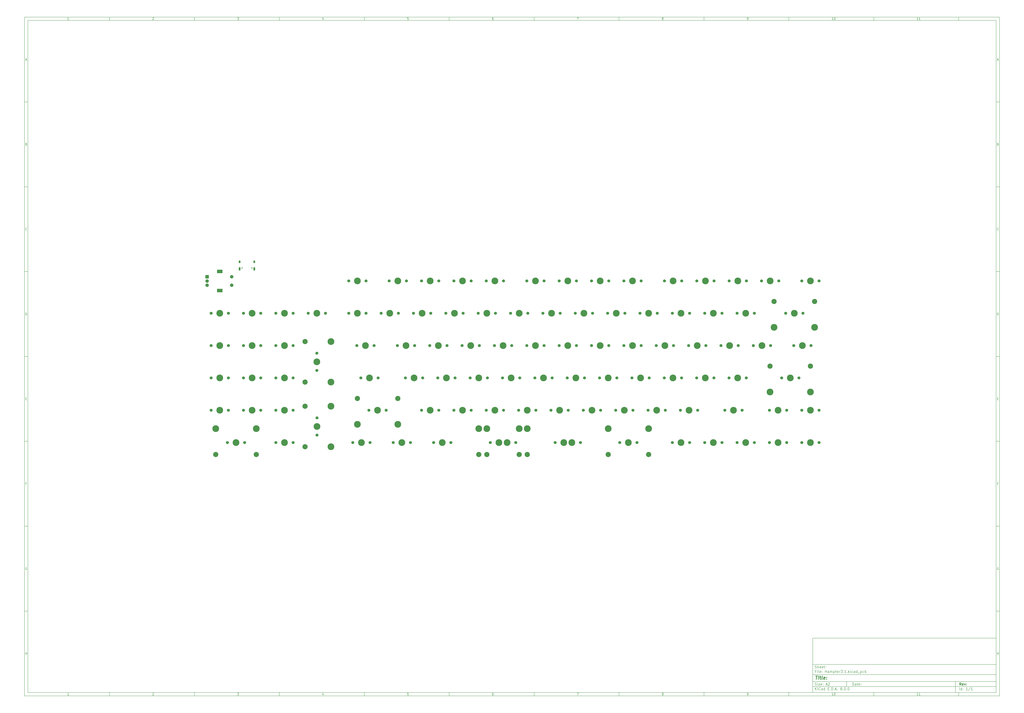
<source format=gbr>
G04 #@! TF.GenerationSoftware,KiCad,Pcbnew,8.0.0*
G04 #@! TF.CreationDate,2024-12-17T17:36:13-08:00*
G04 #@! TF.ProjectId,Hampter3.1,48616d70-7465-4723-932e-312e6b696361,rev?*
G04 #@! TF.SameCoordinates,Original*
G04 #@! TF.FileFunction,Soldermask,Top*
G04 #@! TF.FilePolarity,Negative*
%FSLAX46Y46*%
G04 Gerber Fmt 4.6, Leading zero omitted, Abs format (unit mm)*
G04 Created by KiCad (PCBNEW 8.0.0) date 2024-12-17 17:36:13*
%MOMM*%
%LPD*%
G01*
G04 APERTURE LIST*
%ADD10C,0.100000*%
%ADD11C,0.150000*%
%ADD12C,0.300000*%
%ADD13C,0.400000*%
%ADD14C,1.750000*%
%ADD15C,3.987800*%
%ADD16C,3.048000*%
%ADD17R,2.000000X2.000000*%
%ADD18C,2.000000*%
%ADD19R,3.200000X2.000000*%
%ADD20C,0.650000*%
%ADD21O,1.000000X1.600000*%
%ADD22O,1.000000X2.100000*%
G04 APERTURE END LIST*
D10*
D11*
X474004400Y-375989000D02*
X582004400Y-375989000D01*
X582004400Y-407989000D01*
X474004400Y-407989000D01*
X474004400Y-375989000D01*
D10*
D11*
X10000000Y-10000000D02*
X584004400Y-10000000D01*
X584004400Y-409989000D01*
X10000000Y-409989000D01*
X10000000Y-10000000D01*
D10*
D11*
X12000000Y-12000000D02*
X582004400Y-12000000D01*
X582004400Y-407989000D01*
X12000000Y-407989000D01*
X12000000Y-12000000D01*
D10*
D11*
X60000000Y-12000000D02*
X60000000Y-10000000D01*
D10*
D11*
X110000000Y-12000000D02*
X110000000Y-10000000D01*
D10*
D11*
X160000000Y-12000000D02*
X160000000Y-10000000D01*
D10*
D11*
X210000000Y-12000000D02*
X210000000Y-10000000D01*
D10*
D11*
X260000000Y-12000000D02*
X260000000Y-10000000D01*
D10*
D11*
X310000000Y-12000000D02*
X310000000Y-10000000D01*
D10*
D11*
X360000000Y-12000000D02*
X360000000Y-10000000D01*
D10*
D11*
X410000000Y-12000000D02*
X410000000Y-10000000D01*
D10*
D11*
X460000000Y-12000000D02*
X460000000Y-10000000D01*
D10*
D11*
X510000000Y-12000000D02*
X510000000Y-10000000D01*
D10*
D11*
X560000000Y-12000000D02*
X560000000Y-10000000D01*
D10*
D11*
X36089160Y-11593604D02*
X35346303Y-11593604D01*
X35717731Y-11593604D02*
X35717731Y-10293604D01*
X35717731Y-10293604D02*
X35593922Y-10479319D01*
X35593922Y-10479319D02*
X35470112Y-10603128D01*
X35470112Y-10603128D02*
X35346303Y-10665033D01*
D10*
D11*
X85346303Y-10417414D02*
X85408207Y-10355509D01*
X85408207Y-10355509D02*
X85532017Y-10293604D01*
X85532017Y-10293604D02*
X85841541Y-10293604D01*
X85841541Y-10293604D02*
X85965350Y-10355509D01*
X85965350Y-10355509D02*
X86027255Y-10417414D01*
X86027255Y-10417414D02*
X86089160Y-10541223D01*
X86089160Y-10541223D02*
X86089160Y-10665033D01*
X86089160Y-10665033D02*
X86027255Y-10850747D01*
X86027255Y-10850747D02*
X85284398Y-11593604D01*
X85284398Y-11593604D02*
X86089160Y-11593604D01*
D10*
D11*
X135284398Y-10293604D02*
X136089160Y-10293604D01*
X136089160Y-10293604D02*
X135655826Y-10788842D01*
X135655826Y-10788842D02*
X135841541Y-10788842D01*
X135841541Y-10788842D02*
X135965350Y-10850747D01*
X135965350Y-10850747D02*
X136027255Y-10912652D01*
X136027255Y-10912652D02*
X136089160Y-11036461D01*
X136089160Y-11036461D02*
X136089160Y-11345985D01*
X136089160Y-11345985D02*
X136027255Y-11469795D01*
X136027255Y-11469795D02*
X135965350Y-11531700D01*
X135965350Y-11531700D02*
X135841541Y-11593604D01*
X135841541Y-11593604D02*
X135470112Y-11593604D01*
X135470112Y-11593604D02*
X135346303Y-11531700D01*
X135346303Y-11531700D02*
X135284398Y-11469795D01*
D10*
D11*
X185965350Y-10726938D02*
X185965350Y-11593604D01*
X185655826Y-10231700D02*
X185346303Y-11160271D01*
X185346303Y-11160271D02*
X186151064Y-11160271D01*
D10*
D11*
X236027255Y-10293604D02*
X235408207Y-10293604D01*
X235408207Y-10293604D02*
X235346303Y-10912652D01*
X235346303Y-10912652D02*
X235408207Y-10850747D01*
X235408207Y-10850747D02*
X235532017Y-10788842D01*
X235532017Y-10788842D02*
X235841541Y-10788842D01*
X235841541Y-10788842D02*
X235965350Y-10850747D01*
X235965350Y-10850747D02*
X236027255Y-10912652D01*
X236027255Y-10912652D02*
X236089160Y-11036461D01*
X236089160Y-11036461D02*
X236089160Y-11345985D01*
X236089160Y-11345985D02*
X236027255Y-11469795D01*
X236027255Y-11469795D02*
X235965350Y-11531700D01*
X235965350Y-11531700D02*
X235841541Y-11593604D01*
X235841541Y-11593604D02*
X235532017Y-11593604D01*
X235532017Y-11593604D02*
X235408207Y-11531700D01*
X235408207Y-11531700D02*
X235346303Y-11469795D01*
D10*
D11*
X285965350Y-10293604D02*
X285717731Y-10293604D01*
X285717731Y-10293604D02*
X285593922Y-10355509D01*
X285593922Y-10355509D02*
X285532017Y-10417414D01*
X285532017Y-10417414D02*
X285408207Y-10603128D01*
X285408207Y-10603128D02*
X285346303Y-10850747D01*
X285346303Y-10850747D02*
X285346303Y-11345985D01*
X285346303Y-11345985D02*
X285408207Y-11469795D01*
X285408207Y-11469795D02*
X285470112Y-11531700D01*
X285470112Y-11531700D02*
X285593922Y-11593604D01*
X285593922Y-11593604D02*
X285841541Y-11593604D01*
X285841541Y-11593604D02*
X285965350Y-11531700D01*
X285965350Y-11531700D02*
X286027255Y-11469795D01*
X286027255Y-11469795D02*
X286089160Y-11345985D01*
X286089160Y-11345985D02*
X286089160Y-11036461D01*
X286089160Y-11036461D02*
X286027255Y-10912652D01*
X286027255Y-10912652D02*
X285965350Y-10850747D01*
X285965350Y-10850747D02*
X285841541Y-10788842D01*
X285841541Y-10788842D02*
X285593922Y-10788842D01*
X285593922Y-10788842D02*
X285470112Y-10850747D01*
X285470112Y-10850747D02*
X285408207Y-10912652D01*
X285408207Y-10912652D02*
X285346303Y-11036461D01*
D10*
D11*
X335284398Y-10293604D02*
X336151064Y-10293604D01*
X336151064Y-10293604D02*
X335593922Y-11593604D01*
D10*
D11*
X385593922Y-10850747D02*
X385470112Y-10788842D01*
X385470112Y-10788842D02*
X385408207Y-10726938D01*
X385408207Y-10726938D02*
X385346303Y-10603128D01*
X385346303Y-10603128D02*
X385346303Y-10541223D01*
X385346303Y-10541223D02*
X385408207Y-10417414D01*
X385408207Y-10417414D02*
X385470112Y-10355509D01*
X385470112Y-10355509D02*
X385593922Y-10293604D01*
X385593922Y-10293604D02*
X385841541Y-10293604D01*
X385841541Y-10293604D02*
X385965350Y-10355509D01*
X385965350Y-10355509D02*
X386027255Y-10417414D01*
X386027255Y-10417414D02*
X386089160Y-10541223D01*
X386089160Y-10541223D02*
X386089160Y-10603128D01*
X386089160Y-10603128D02*
X386027255Y-10726938D01*
X386027255Y-10726938D02*
X385965350Y-10788842D01*
X385965350Y-10788842D02*
X385841541Y-10850747D01*
X385841541Y-10850747D02*
X385593922Y-10850747D01*
X385593922Y-10850747D02*
X385470112Y-10912652D01*
X385470112Y-10912652D02*
X385408207Y-10974557D01*
X385408207Y-10974557D02*
X385346303Y-11098366D01*
X385346303Y-11098366D02*
X385346303Y-11345985D01*
X385346303Y-11345985D02*
X385408207Y-11469795D01*
X385408207Y-11469795D02*
X385470112Y-11531700D01*
X385470112Y-11531700D02*
X385593922Y-11593604D01*
X385593922Y-11593604D02*
X385841541Y-11593604D01*
X385841541Y-11593604D02*
X385965350Y-11531700D01*
X385965350Y-11531700D02*
X386027255Y-11469795D01*
X386027255Y-11469795D02*
X386089160Y-11345985D01*
X386089160Y-11345985D02*
X386089160Y-11098366D01*
X386089160Y-11098366D02*
X386027255Y-10974557D01*
X386027255Y-10974557D02*
X385965350Y-10912652D01*
X385965350Y-10912652D02*
X385841541Y-10850747D01*
D10*
D11*
X435470112Y-11593604D02*
X435717731Y-11593604D01*
X435717731Y-11593604D02*
X435841541Y-11531700D01*
X435841541Y-11531700D02*
X435903445Y-11469795D01*
X435903445Y-11469795D02*
X436027255Y-11284080D01*
X436027255Y-11284080D02*
X436089160Y-11036461D01*
X436089160Y-11036461D02*
X436089160Y-10541223D01*
X436089160Y-10541223D02*
X436027255Y-10417414D01*
X436027255Y-10417414D02*
X435965350Y-10355509D01*
X435965350Y-10355509D02*
X435841541Y-10293604D01*
X435841541Y-10293604D02*
X435593922Y-10293604D01*
X435593922Y-10293604D02*
X435470112Y-10355509D01*
X435470112Y-10355509D02*
X435408207Y-10417414D01*
X435408207Y-10417414D02*
X435346303Y-10541223D01*
X435346303Y-10541223D02*
X435346303Y-10850747D01*
X435346303Y-10850747D02*
X435408207Y-10974557D01*
X435408207Y-10974557D02*
X435470112Y-11036461D01*
X435470112Y-11036461D02*
X435593922Y-11098366D01*
X435593922Y-11098366D02*
X435841541Y-11098366D01*
X435841541Y-11098366D02*
X435965350Y-11036461D01*
X435965350Y-11036461D02*
X436027255Y-10974557D01*
X436027255Y-10974557D02*
X436089160Y-10850747D01*
D10*
D11*
X486089160Y-11593604D02*
X485346303Y-11593604D01*
X485717731Y-11593604D02*
X485717731Y-10293604D01*
X485717731Y-10293604D02*
X485593922Y-10479319D01*
X485593922Y-10479319D02*
X485470112Y-10603128D01*
X485470112Y-10603128D02*
X485346303Y-10665033D01*
X486893921Y-10293604D02*
X487017731Y-10293604D01*
X487017731Y-10293604D02*
X487141540Y-10355509D01*
X487141540Y-10355509D02*
X487203445Y-10417414D01*
X487203445Y-10417414D02*
X487265350Y-10541223D01*
X487265350Y-10541223D02*
X487327255Y-10788842D01*
X487327255Y-10788842D02*
X487327255Y-11098366D01*
X487327255Y-11098366D02*
X487265350Y-11345985D01*
X487265350Y-11345985D02*
X487203445Y-11469795D01*
X487203445Y-11469795D02*
X487141540Y-11531700D01*
X487141540Y-11531700D02*
X487017731Y-11593604D01*
X487017731Y-11593604D02*
X486893921Y-11593604D01*
X486893921Y-11593604D02*
X486770112Y-11531700D01*
X486770112Y-11531700D02*
X486708207Y-11469795D01*
X486708207Y-11469795D02*
X486646302Y-11345985D01*
X486646302Y-11345985D02*
X486584398Y-11098366D01*
X486584398Y-11098366D02*
X486584398Y-10788842D01*
X486584398Y-10788842D02*
X486646302Y-10541223D01*
X486646302Y-10541223D02*
X486708207Y-10417414D01*
X486708207Y-10417414D02*
X486770112Y-10355509D01*
X486770112Y-10355509D02*
X486893921Y-10293604D01*
D10*
D11*
X536089160Y-11593604D02*
X535346303Y-11593604D01*
X535717731Y-11593604D02*
X535717731Y-10293604D01*
X535717731Y-10293604D02*
X535593922Y-10479319D01*
X535593922Y-10479319D02*
X535470112Y-10603128D01*
X535470112Y-10603128D02*
X535346303Y-10665033D01*
X537327255Y-11593604D02*
X536584398Y-11593604D01*
X536955826Y-11593604D02*
X536955826Y-10293604D01*
X536955826Y-10293604D02*
X536832017Y-10479319D01*
X536832017Y-10479319D02*
X536708207Y-10603128D01*
X536708207Y-10603128D02*
X536584398Y-10665033D01*
D10*
D11*
X60000000Y-407989000D02*
X60000000Y-409989000D01*
D10*
D11*
X110000000Y-407989000D02*
X110000000Y-409989000D01*
D10*
D11*
X160000000Y-407989000D02*
X160000000Y-409989000D01*
D10*
D11*
X210000000Y-407989000D02*
X210000000Y-409989000D01*
D10*
D11*
X260000000Y-407989000D02*
X260000000Y-409989000D01*
D10*
D11*
X310000000Y-407989000D02*
X310000000Y-409989000D01*
D10*
D11*
X360000000Y-407989000D02*
X360000000Y-409989000D01*
D10*
D11*
X410000000Y-407989000D02*
X410000000Y-409989000D01*
D10*
D11*
X460000000Y-407989000D02*
X460000000Y-409989000D01*
D10*
D11*
X510000000Y-407989000D02*
X510000000Y-409989000D01*
D10*
D11*
X560000000Y-407989000D02*
X560000000Y-409989000D01*
D10*
D11*
X36089160Y-409582604D02*
X35346303Y-409582604D01*
X35717731Y-409582604D02*
X35717731Y-408282604D01*
X35717731Y-408282604D02*
X35593922Y-408468319D01*
X35593922Y-408468319D02*
X35470112Y-408592128D01*
X35470112Y-408592128D02*
X35346303Y-408654033D01*
D10*
D11*
X85346303Y-408406414D02*
X85408207Y-408344509D01*
X85408207Y-408344509D02*
X85532017Y-408282604D01*
X85532017Y-408282604D02*
X85841541Y-408282604D01*
X85841541Y-408282604D02*
X85965350Y-408344509D01*
X85965350Y-408344509D02*
X86027255Y-408406414D01*
X86027255Y-408406414D02*
X86089160Y-408530223D01*
X86089160Y-408530223D02*
X86089160Y-408654033D01*
X86089160Y-408654033D02*
X86027255Y-408839747D01*
X86027255Y-408839747D02*
X85284398Y-409582604D01*
X85284398Y-409582604D02*
X86089160Y-409582604D01*
D10*
D11*
X135284398Y-408282604D02*
X136089160Y-408282604D01*
X136089160Y-408282604D02*
X135655826Y-408777842D01*
X135655826Y-408777842D02*
X135841541Y-408777842D01*
X135841541Y-408777842D02*
X135965350Y-408839747D01*
X135965350Y-408839747D02*
X136027255Y-408901652D01*
X136027255Y-408901652D02*
X136089160Y-409025461D01*
X136089160Y-409025461D02*
X136089160Y-409334985D01*
X136089160Y-409334985D02*
X136027255Y-409458795D01*
X136027255Y-409458795D02*
X135965350Y-409520700D01*
X135965350Y-409520700D02*
X135841541Y-409582604D01*
X135841541Y-409582604D02*
X135470112Y-409582604D01*
X135470112Y-409582604D02*
X135346303Y-409520700D01*
X135346303Y-409520700D02*
X135284398Y-409458795D01*
D10*
D11*
X185965350Y-408715938D02*
X185965350Y-409582604D01*
X185655826Y-408220700D02*
X185346303Y-409149271D01*
X185346303Y-409149271D02*
X186151064Y-409149271D01*
D10*
D11*
X236027255Y-408282604D02*
X235408207Y-408282604D01*
X235408207Y-408282604D02*
X235346303Y-408901652D01*
X235346303Y-408901652D02*
X235408207Y-408839747D01*
X235408207Y-408839747D02*
X235532017Y-408777842D01*
X235532017Y-408777842D02*
X235841541Y-408777842D01*
X235841541Y-408777842D02*
X235965350Y-408839747D01*
X235965350Y-408839747D02*
X236027255Y-408901652D01*
X236027255Y-408901652D02*
X236089160Y-409025461D01*
X236089160Y-409025461D02*
X236089160Y-409334985D01*
X236089160Y-409334985D02*
X236027255Y-409458795D01*
X236027255Y-409458795D02*
X235965350Y-409520700D01*
X235965350Y-409520700D02*
X235841541Y-409582604D01*
X235841541Y-409582604D02*
X235532017Y-409582604D01*
X235532017Y-409582604D02*
X235408207Y-409520700D01*
X235408207Y-409520700D02*
X235346303Y-409458795D01*
D10*
D11*
X285965350Y-408282604D02*
X285717731Y-408282604D01*
X285717731Y-408282604D02*
X285593922Y-408344509D01*
X285593922Y-408344509D02*
X285532017Y-408406414D01*
X285532017Y-408406414D02*
X285408207Y-408592128D01*
X285408207Y-408592128D02*
X285346303Y-408839747D01*
X285346303Y-408839747D02*
X285346303Y-409334985D01*
X285346303Y-409334985D02*
X285408207Y-409458795D01*
X285408207Y-409458795D02*
X285470112Y-409520700D01*
X285470112Y-409520700D02*
X285593922Y-409582604D01*
X285593922Y-409582604D02*
X285841541Y-409582604D01*
X285841541Y-409582604D02*
X285965350Y-409520700D01*
X285965350Y-409520700D02*
X286027255Y-409458795D01*
X286027255Y-409458795D02*
X286089160Y-409334985D01*
X286089160Y-409334985D02*
X286089160Y-409025461D01*
X286089160Y-409025461D02*
X286027255Y-408901652D01*
X286027255Y-408901652D02*
X285965350Y-408839747D01*
X285965350Y-408839747D02*
X285841541Y-408777842D01*
X285841541Y-408777842D02*
X285593922Y-408777842D01*
X285593922Y-408777842D02*
X285470112Y-408839747D01*
X285470112Y-408839747D02*
X285408207Y-408901652D01*
X285408207Y-408901652D02*
X285346303Y-409025461D01*
D10*
D11*
X335284398Y-408282604D02*
X336151064Y-408282604D01*
X336151064Y-408282604D02*
X335593922Y-409582604D01*
D10*
D11*
X385593922Y-408839747D02*
X385470112Y-408777842D01*
X385470112Y-408777842D02*
X385408207Y-408715938D01*
X385408207Y-408715938D02*
X385346303Y-408592128D01*
X385346303Y-408592128D02*
X385346303Y-408530223D01*
X385346303Y-408530223D02*
X385408207Y-408406414D01*
X385408207Y-408406414D02*
X385470112Y-408344509D01*
X385470112Y-408344509D02*
X385593922Y-408282604D01*
X385593922Y-408282604D02*
X385841541Y-408282604D01*
X385841541Y-408282604D02*
X385965350Y-408344509D01*
X385965350Y-408344509D02*
X386027255Y-408406414D01*
X386027255Y-408406414D02*
X386089160Y-408530223D01*
X386089160Y-408530223D02*
X386089160Y-408592128D01*
X386089160Y-408592128D02*
X386027255Y-408715938D01*
X386027255Y-408715938D02*
X385965350Y-408777842D01*
X385965350Y-408777842D02*
X385841541Y-408839747D01*
X385841541Y-408839747D02*
X385593922Y-408839747D01*
X385593922Y-408839747D02*
X385470112Y-408901652D01*
X385470112Y-408901652D02*
X385408207Y-408963557D01*
X385408207Y-408963557D02*
X385346303Y-409087366D01*
X385346303Y-409087366D02*
X385346303Y-409334985D01*
X385346303Y-409334985D02*
X385408207Y-409458795D01*
X385408207Y-409458795D02*
X385470112Y-409520700D01*
X385470112Y-409520700D02*
X385593922Y-409582604D01*
X385593922Y-409582604D02*
X385841541Y-409582604D01*
X385841541Y-409582604D02*
X385965350Y-409520700D01*
X385965350Y-409520700D02*
X386027255Y-409458795D01*
X386027255Y-409458795D02*
X386089160Y-409334985D01*
X386089160Y-409334985D02*
X386089160Y-409087366D01*
X386089160Y-409087366D02*
X386027255Y-408963557D01*
X386027255Y-408963557D02*
X385965350Y-408901652D01*
X385965350Y-408901652D02*
X385841541Y-408839747D01*
D10*
D11*
X435470112Y-409582604D02*
X435717731Y-409582604D01*
X435717731Y-409582604D02*
X435841541Y-409520700D01*
X435841541Y-409520700D02*
X435903445Y-409458795D01*
X435903445Y-409458795D02*
X436027255Y-409273080D01*
X436027255Y-409273080D02*
X436089160Y-409025461D01*
X436089160Y-409025461D02*
X436089160Y-408530223D01*
X436089160Y-408530223D02*
X436027255Y-408406414D01*
X436027255Y-408406414D02*
X435965350Y-408344509D01*
X435965350Y-408344509D02*
X435841541Y-408282604D01*
X435841541Y-408282604D02*
X435593922Y-408282604D01*
X435593922Y-408282604D02*
X435470112Y-408344509D01*
X435470112Y-408344509D02*
X435408207Y-408406414D01*
X435408207Y-408406414D02*
X435346303Y-408530223D01*
X435346303Y-408530223D02*
X435346303Y-408839747D01*
X435346303Y-408839747D02*
X435408207Y-408963557D01*
X435408207Y-408963557D02*
X435470112Y-409025461D01*
X435470112Y-409025461D02*
X435593922Y-409087366D01*
X435593922Y-409087366D02*
X435841541Y-409087366D01*
X435841541Y-409087366D02*
X435965350Y-409025461D01*
X435965350Y-409025461D02*
X436027255Y-408963557D01*
X436027255Y-408963557D02*
X436089160Y-408839747D01*
D10*
D11*
X486089160Y-409582604D02*
X485346303Y-409582604D01*
X485717731Y-409582604D02*
X485717731Y-408282604D01*
X485717731Y-408282604D02*
X485593922Y-408468319D01*
X485593922Y-408468319D02*
X485470112Y-408592128D01*
X485470112Y-408592128D02*
X485346303Y-408654033D01*
X486893921Y-408282604D02*
X487017731Y-408282604D01*
X487017731Y-408282604D02*
X487141540Y-408344509D01*
X487141540Y-408344509D02*
X487203445Y-408406414D01*
X487203445Y-408406414D02*
X487265350Y-408530223D01*
X487265350Y-408530223D02*
X487327255Y-408777842D01*
X487327255Y-408777842D02*
X487327255Y-409087366D01*
X487327255Y-409087366D02*
X487265350Y-409334985D01*
X487265350Y-409334985D02*
X487203445Y-409458795D01*
X487203445Y-409458795D02*
X487141540Y-409520700D01*
X487141540Y-409520700D02*
X487017731Y-409582604D01*
X487017731Y-409582604D02*
X486893921Y-409582604D01*
X486893921Y-409582604D02*
X486770112Y-409520700D01*
X486770112Y-409520700D02*
X486708207Y-409458795D01*
X486708207Y-409458795D02*
X486646302Y-409334985D01*
X486646302Y-409334985D02*
X486584398Y-409087366D01*
X486584398Y-409087366D02*
X486584398Y-408777842D01*
X486584398Y-408777842D02*
X486646302Y-408530223D01*
X486646302Y-408530223D02*
X486708207Y-408406414D01*
X486708207Y-408406414D02*
X486770112Y-408344509D01*
X486770112Y-408344509D02*
X486893921Y-408282604D01*
D10*
D11*
X536089160Y-409582604D02*
X535346303Y-409582604D01*
X535717731Y-409582604D02*
X535717731Y-408282604D01*
X535717731Y-408282604D02*
X535593922Y-408468319D01*
X535593922Y-408468319D02*
X535470112Y-408592128D01*
X535470112Y-408592128D02*
X535346303Y-408654033D01*
X537327255Y-409582604D02*
X536584398Y-409582604D01*
X536955826Y-409582604D02*
X536955826Y-408282604D01*
X536955826Y-408282604D02*
X536832017Y-408468319D01*
X536832017Y-408468319D02*
X536708207Y-408592128D01*
X536708207Y-408592128D02*
X536584398Y-408654033D01*
D10*
D11*
X10000000Y-60000000D02*
X12000000Y-60000000D01*
D10*
D11*
X10000000Y-110000000D02*
X12000000Y-110000000D01*
D10*
D11*
X10000000Y-160000000D02*
X12000000Y-160000000D01*
D10*
D11*
X10000000Y-210000000D02*
X12000000Y-210000000D01*
D10*
D11*
X10000000Y-260000000D02*
X12000000Y-260000000D01*
D10*
D11*
X10000000Y-310000000D02*
X12000000Y-310000000D01*
D10*
D11*
X10000000Y-360000000D02*
X12000000Y-360000000D01*
D10*
D11*
X10690476Y-35222176D02*
X11309523Y-35222176D01*
X10566666Y-35593604D02*
X10999999Y-34293604D01*
X10999999Y-34293604D02*
X11433333Y-35593604D01*
D10*
D11*
X11092857Y-84912652D02*
X11278571Y-84974557D01*
X11278571Y-84974557D02*
X11340476Y-85036461D01*
X11340476Y-85036461D02*
X11402380Y-85160271D01*
X11402380Y-85160271D02*
X11402380Y-85345985D01*
X11402380Y-85345985D02*
X11340476Y-85469795D01*
X11340476Y-85469795D02*
X11278571Y-85531700D01*
X11278571Y-85531700D02*
X11154761Y-85593604D01*
X11154761Y-85593604D02*
X10659523Y-85593604D01*
X10659523Y-85593604D02*
X10659523Y-84293604D01*
X10659523Y-84293604D02*
X11092857Y-84293604D01*
X11092857Y-84293604D02*
X11216666Y-84355509D01*
X11216666Y-84355509D02*
X11278571Y-84417414D01*
X11278571Y-84417414D02*
X11340476Y-84541223D01*
X11340476Y-84541223D02*
X11340476Y-84665033D01*
X11340476Y-84665033D02*
X11278571Y-84788842D01*
X11278571Y-84788842D02*
X11216666Y-84850747D01*
X11216666Y-84850747D02*
X11092857Y-84912652D01*
X11092857Y-84912652D02*
X10659523Y-84912652D01*
D10*
D11*
X11402380Y-135469795D02*
X11340476Y-135531700D01*
X11340476Y-135531700D02*
X11154761Y-135593604D01*
X11154761Y-135593604D02*
X11030952Y-135593604D01*
X11030952Y-135593604D02*
X10845238Y-135531700D01*
X10845238Y-135531700D02*
X10721428Y-135407890D01*
X10721428Y-135407890D02*
X10659523Y-135284080D01*
X10659523Y-135284080D02*
X10597619Y-135036461D01*
X10597619Y-135036461D02*
X10597619Y-134850747D01*
X10597619Y-134850747D02*
X10659523Y-134603128D01*
X10659523Y-134603128D02*
X10721428Y-134479319D01*
X10721428Y-134479319D02*
X10845238Y-134355509D01*
X10845238Y-134355509D02*
X11030952Y-134293604D01*
X11030952Y-134293604D02*
X11154761Y-134293604D01*
X11154761Y-134293604D02*
X11340476Y-134355509D01*
X11340476Y-134355509D02*
X11402380Y-134417414D01*
D10*
D11*
X10659523Y-185593604D02*
X10659523Y-184293604D01*
X10659523Y-184293604D02*
X10969047Y-184293604D01*
X10969047Y-184293604D02*
X11154761Y-184355509D01*
X11154761Y-184355509D02*
X11278571Y-184479319D01*
X11278571Y-184479319D02*
X11340476Y-184603128D01*
X11340476Y-184603128D02*
X11402380Y-184850747D01*
X11402380Y-184850747D02*
X11402380Y-185036461D01*
X11402380Y-185036461D02*
X11340476Y-185284080D01*
X11340476Y-185284080D02*
X11278571Y-185407890D01*
X11278571Y-185407890D02*
X11154761Y-185531700D01*
X11154761Y-185531700D02*
X10969047Y-185593604D01*
X10969047Y-185593604D02*
X10659523Y-185593604D01*
D10*
D11*
X10721428Y-234912652D02*
X11154762Y-234912652D01*
X11340476Y-235593604D02*
X10721428Y-235593604D01*
X10721428Y-235593604D02*
X10721428Y-234293604D01*
X10721428Y-234293604D02*
X11340476Y-234293604D01*
D10*
D11*
X11185714Y-284912652D02*
X10752380Y-284912652D01*
X10752380Y-285593604D02*
X10752380Y-284293604D01*
X10752380Y-284293604D02*
X11371428Y-284293604D01*
D10*
D11*
X11340476Y-334355509D02*
X11216666Y-334293604D01*
X11216666Y-334293604D02*
X11030952Y-334293604D01*
X11030952Y-334293604D02*
X10845238Y-334355509D01*
X10845238Y-334355509D02*
X10721428Y-334479319D01*
X10721428Y-334479319D02*
X10659523Y-334603128D01*
X10659523Y-334603128D02*
X10597619Y-334850747D01*
X10597619Y-334850747D02*
X10597619Y-335036461D01*
X10597619Y-335036461D02*
X10659523Y-335284080D01*
X10659523Y-335284080D02*
X10721428Y-335407890D01*
X10721428Y-335407890D02*
X10845238Y-335531700D01*
X10845238Y-335531700D02*
X11030952Y-335593604D01*
X11030952Y-335593604D02*
X11154761Y-335593604D01*
X11154761Y-335593604D02*
X11340476Y-335531700D01*
X11340476Y-335531700D02*
X11402380Y-335469795D01*
X11402380Y-335469795D02*
X11402380Y-335036461D01*
X11402380Y-335036461D02*
X11154761Y-335036461D01*
D10*
D11*
X10628571Y-385593604D02*
X10628571Y-384293604D01*
X10628571Y-384912652D02*
X11371428Y-384912652D01*
X11371428Y-385593604D02*
X11371428Y-384293604D01*
D10*
D11*
X584004400Y-60000000D02*
X582004400Y-60000000D01*
D10*
D11*
X584004400Y-110000000D02*
X582004400Y-110000000D01*
D10*
D11*
X584004400Y-160000000D02*
X582004400Y-160000000D01*
D10*
D11*
X584004400Y-210000000D02*
X582004400Y-210000000D01*
D10*
D11*
X584004400Y-260000000D02*
X582004400Y-260000000D01*
D10*
D11*
X584004400Y-310000000D02*
X582004400Y-310000000D01*
D10*
D11*
X584004400Y-360000000D02*
X582004400Y-360000000D01*
D10*
D11*
X582694876Y-35222176D02*
X583313923Y-35222176D01*
X582571066Y-35593604D02*
X583004399Y-34293604D01*
X583004399Y-34293604D02*
X583437733Y-35593604D01*
D10*
D11*
X583097257Y-84912652D02*
X583282971Y-84974557D01*
X583282971Y-84974557D02*
X583344876Y-85036461D01*
X583344876Y-85036461D02*
X583406780Y-85160271D01*
X583406780Y-85160271D02*
X583406780Y-85345985D01*
X583406780Y-85345985D02*
X583344876Y-85469795D01*
X583344876Y-85469795D02*
X583282971Y-85531700D01*
X583282971Y-85531700D02*
X583159161Y-85593604D01*
X583159161Y-85593604D02*
X582663923Y-85593604D01*
X582663923Y-85593604D02*
X582663923Y-84293604D01*
X582663923Y-84293604D02*
X583097257Y-84293604D01*
X583097257Y-84293604D02*
X583221066Y-84355509D01*
X583221066Y-84355509D02*
X583282971Y-84417414D01*
X583282971Y-84417414D02*
X583344876Y-84541223D01*
X583344876Y-84541223D02*
X583344876Y-84665033D01*
X583344876Y-84665033D02*
X583282971Y-84788842D01*
X583282971Y-84788842D02*
X583221066Y-84850747D01*
X583221066Y-84850747D02*
X583097257Y-84912652D01*
X583097257Y-84912652D02*
X582663923Y-84912652D01*
D10*
D11*
X583406780Y-135469795D02*
X583344876Y-135531700D01*
X583344876Y-135531700D02*
X583159161Y-135593604D01*
X583159161Y-135593604D02*
X583035352Y-135593604D01*
X583035352Y-135593604D02*
X582849638Y-135531700D01*
X582849638Y-135531700D02*
X582725828Y-135407890D01*
X582725828Y-135407890D02*
X582663923Y-135284080D01*
X582663923Y-135284080D02*
X582602019Y-135036461D01*
X582602019Y-135036461D02*
X582602019Y-134850747D01*
X582602019Y-134850747D02*
X582663923Y-134603128D01*
X582663923Y-134603128D02*
X582725828Y-134479319D01*
X582725828Y-134479319D02*
X582849638Y-134355509D01*
X582849638Y-134355509D02*
X583035352Y-134293604D01*
X583035352Y-134293604D02*
X583159161Y-134293604D01*
X583159161Y-134293604D02*
X583344876Y-134355509D01*
X583344876Y-134355509D02*
X583406780Y-134417414D01*
D10*
D11*
X582663923Y-185593604D02*
X582663923Y-184293604D01*
X582663923Y-184293604D02*
X582973447Y-184293604D01*
X582973447Y-184293604D02*
X583159161Y-184355509D01*
X583159161Y-184355509D02*
X583282971Y-184479319D01*
X583282971Y-184479319D02*
X583344876Y-184603128D01*
X583344876Y-184603128D02*
X583406780Y-184850747D01*
X583406780Y-184850747D02*
X583406780Y-185036461D01*
X583406780Y-185036461D02*
X583344876Y-185284080D01*
X583344876Y-185284080D02*
X583282971Y-185407890D01*
X583282971Y-185407890D02*
X583159161Y-185531700D01*
X583159161Y-185531700D02*
X582973447Y-185593604D01*
X582973447Y-185593604D02*
X582663923Y-185593604D01*
D10*
D11*
X582725828Y-234912652D02*
X583159162Y-234912652D01*
X583344876Y-235593604D02*
X582725828Y-235593604D01*
X582725828Y-235593604D02*
X582725828Y-234293604D01*
X582725828Y-234293604D02*
X583344876Y-234293604D01*
D10*
D11*
X583190114Y-284912652D02*
X582756780Y-284912652D01*
X582756780Y-285593604D02*
X582756780Y-284293604D01*
X582756780Y-284293604D02*
X583375828Y-284293604D01*
D10*
D11*
X583344876Y-334355509D02*
X583221066Y-334293604D01*
X583221066Y-334293604D02*
X583035352Y-334293604D01*
X583035352Y-334293604D02*
X582849638Y-334355509D01*
X582849638Y-334355509D02*
X582725828Y-334479319D01*
X582725828Y-334479319D02*
X582663923Y-334603128D01*
X582663923Y-334603128D02*
X582602019Y-334850747D01*
X582602019Y-334850747D02*
X582602019Y-335036461D01*
X582602019Y-335036461D02*
X582663923Y-335284080D01*
X582663923Y-335284080D02*
X582725828Y-335407890D01*
X582725828Y-335407890D02*
X582849638Y-335531700D01*
X582849638Y-335531700D02*
X583035352Y-335593604D01*
X583035352Y-335593604D02*
X583159161Y-335593604D01*
X583159161Y-335593604D02*
X583344876Y-335531700D01*
X583344876Y-335531700D02*
X583406780Y-335469795D01*
X583406780Y-335469795D02*
X583406780Y-335036461D01*
X583406780Y-335036461D02*
X583159161Y-335036461D01*
D10*
D11*
X582632971Y-385593604D02*
X582632971Y-384293604D01*
X582632971Y-384912652D02*
X583375828Y-384912652D01*
X583375828Y-385593604D02*
X583375828Y-384293604D01*
D10*
D11*
X497460226Y-403775128D02*
X497460226Y-402275128D01*
X497460226Y-402275128D02*
X497817369Y-402275128D01*
X497817369Y-402275128D02*
X498031655Y-402346557D01*
X498031655Y-402346557D02*
X498174512Y-402489414D01*
X498174512Y-402489414D02*
X498245941Y-402632271D01*
X498245941Y-402632271D02*
X498317369Y-402917985D01*
X498317369Y-402917985D02*
X498317369Y-403132271D01*
X498317369Y-403132271D02*
X498245941Y-403417985D01*
X498245941Y-403417985D02*
X498174512Y-403560842D01*
X498174512Y-403560842D02*
X498031655Y-403703700D01*
X498031655Y-403703700D02*
X497817369Y-403775128D01*
X497817369Y-403775128D02*
X497460226Y-403775128D01*
X499603084Y-403775128D02*
X499603084Y-402989414D01*
X499603084Y-402989414D02*
X499531655Y-402846557D01*
X499531655Y-402846557D02*
X499388798Y-402775128D01*
X499388798Y-402775128D02*
X499103084Y-402775128D01*
X499103084Y-402775128D02*
X498960226Y-402846557D01*
X499603084Y-403703700D02*
X499460226Y-403775128D01*
X499460226Y-403775128D02*
X499103084Y-403775128D01*
X499103084Y-403775128D02*
X498960226Y-403703700D01*
X498960226Y-403703700D02*
X498888798Y-403560842D01*
X498888798Y-403560842D02*
X498888798Y-403417985D01*
X498888798Y-403417985D02*
X498960226Y-403275128D01*
X498960226Y-403275128D02*
X499103084Y-403203700D01*
X499103084Y-403203700D02*
X499460226Y-403203700D01*
X499460226Y-403203700D02*
X499603084Y-403132271D01*
X500103084Y-402775128D02*
X500674512Y-402775128D01*
X500317369Y-402275128D02*
X500317369Y-403560842D01*
X500317369Y-403560842D02*
X500388798Y-403703700D01*
X500388798Y-403703700D02*
X500531655Y-403775128D01*
X500531655Y-403775128D02*
X500674512Y-403775128D01*
X501745941Y-403703700D02*
X501603084Y-403775128D01*
X501603084Y-403775128D02*
X501317370Y-403775128D01*
X501317370Y-403775128D02*
X501174512Y-403703700D01*
X501174512Y-403703700D02*
X501103084Y-403560842D01*
X501103084Y-403560842D02*
X501103084Y-402989414D01*
X501103084Y-402989414D02*
X501174512Y-402846557D01*
X501174512Y-402846557D02*
X501317370Y-402775128D01*
X501317370Y-402775128D02*
X501603084Y-402775128D01*
X501603084Y-402775128D02*
X501745941Y-402846557D01*
X501745941Y-402846557D02*
X501817370Y-402989414D01*
X501817370Y-402989414D02*
X501817370Y-403132271D01*
X501817370Y-403132271D02*
X501103084Y-403275128D01*
X502460226Y-403632271D02*
X502531655Y-403703700D01*
X502531655Y-403703700D02*
X502460226Y-403775128D01*
X502460226Y-403775128D02*
X502388798Y-403703700D01*
X502388798Y-403703700D02*
X502460226Y-403632271D01*
X502460226Y-403632271D02*
X502460226Y-403775128D01*
X502460226Y-402846557D02*
X502531655Y-402917985D01*
X502531655Y-402917985D02*
X502460226Y-402989414D01*
X502460226Y-402989414D02*
X502388798Y-402917985D01*
X502388798Y-402917985D02*
X502460226Y-402846557D01*
X502460226Y-402846557D02*
X502460226Y-402989414D01*
D10*
D11*
X474004400Y-404489000D02*
X582004400Y-404489000D01*
D10*
D11*
X475460226Y-406575128D02*
X475460226Y-405075128D01*
X476317369Y-406575128D02*
X475674512Y-405717985D01*
X476317369Y-405075128D02*
X475460226Y-405932271D01*
X476960226Y-406575128D02*
X476960226Y-405575128D01*
X476960226Y-405075128D02*
X476888798Y-405146557D01*
X476888798Y-405146557D02*
X476960226Y-405217985D01*
X476960226Y-405217985D02*
X477031655Y-405146557D01*
X477031655Y-405146557D02*
X476960226Y-405075128D01*
X476960226Y-405075128D02*
X476960226Y-405217985D01*
X478531655Y-406432271D02*
X478460227Y-406503700D01*
X478460227Y-406503700D02*
X478245941Y-406575128D01*
X478245941Y-406575128D02*
X478103084Y-406575128D01*
X478103084Y-406575128D02*
X477888798Y-406503700D01*
X477888798Y-406503700D02*
X477745941Y-406360842D01*
X477745941Y-406360842D02*
X477674512Y-406217985D01*
X477674512Y-406217985D02*
X477603084Y-405932271D01*
X477603084Y-405932271D02*
X477603084Y-405717985D01*
X477603084Y-405717985D02*
X477674512Y-405432271D01*
X477674512Y-405432271D02*
X477745941Y-405289414D01*
X477745941Y-405289414D02*
X477888798Y-405146557D01*
X477888798Y-405146557D02*
X478103084Y-405075128D01*
X478103084Y-405075128D02*
X478245941Y-405075128D01*
X478245941Y-405075128D02*
X478460227Y-405146557D01*
X478460227Y-405146557D02*
X478531655Y-405217985D01*
X479817370Y-406575128D02*
X479817370Y-405789414D01*
X479817370Y-405789414D02*
X479745941Y-405646557D01*
X479745941Y-405646557D02*
X479603084Y-405575128D01*
X479603084Y-405575128D02*
X479317370Y-405575128D01*
X479317370Y-405575128D02*
X479174512Y-405646557D01*
X479817370Y-406503700D02*
X479674512Y-406575128D01*
X479674512Y-406575128D02*
X479317370Y-406575128D01*
X479317370Y-406575128D02*
X479174512Y-406503700D01*
X479174512Y-406503700D02*
X479103084Y-406360842D01*
X479103084Y-406360842D02*
X479103084Y-406217985D01*
X479103084Y-406217985D02*
X479174512Y-406075128D01*
X479174512Y-406075128D02*
X479317370Y-406003700D01*
X479317370Y-406003700D02*
X479674512Y-406003700D01*
X479674512Y-406003700D02*
X479817370Y-405932271D01*
X481174513Y-406575128D02*
X481174513Y-405075128D01*
X481174513Y-406503700D02*
X481031655Y-406575128D01*
X481031655Y-406575128D02*
X480745941Y-406575128D01*
X480745941Y-406575128D02*
X480603084Y-406503700D01*
X480603084Y-406503700D02*
X480531655Y-406432271D01*
X480531655Y-406432271D02*
X480460227Y-406289414D01*
X480460227Y-406289414D02*
X480460227Y-405860842D01*
X480460227Y-405860842D02*
X480531655Y-405717985D01*
X480531655Y-405717985D02*
X480603084Y-405646557D01*
X480603084Y-405646557D02*
X480745941Y-405575128D01*
X480745941Y-405575128D02*
X481031655Y-405575128D01*
X481031655Y-405575128D02*
X481174513Y-405646557D01*
X483031655Y-405789414D02*
X483531655Y-405789414D01*
X483745941Y-406575128D02*
X483031655Y-406575128D01*
X483031655Y-406575128D02*
X483031655Y-405075128D01*
X483031655Y-405075128D02*
X483745941Y-405075128D01*
X484388798Y-406432271D02*
X484460227Y-406503700D01*
X484460227Y-406503700D02*
X484388798Y-406575128D01*
X484388798Y-406575128D02*
X484317370Y-406503700D01*
X484317370Y-406503700D02*
X484388798Y-406432271D01*
X484388798Y-406432271D02*
X484388798Y-406575128D01*
X485103084Y-406575128D02*
X485103084Y-405075128D01*
X485103084Y-405075128D02*
X485460227Y-405075128D01*
X485460227Y-405075128D02*
X485674513Y-405146557D01*
X485674513Y-405146557D02*
X485817370Y-405289414D01*
X485817370Y-405289414D02*
X485888799Y-405432271D01*
X485888799Y-405432271D02*
X485960227Y-405717985D01*
X485960227Y-405717985D02*
X485960227Y-405932271D01*
X485960227Y-405932271D02*
X485888799Y-406217985D01*
X485888799Y-406217985D02*
X485817370Y-406360842D01*
X485817370Y-406360842D02*
X485674513Y-406503700D01*
X485674513Y-406503700D02*
X485460227Y-406575128D01*
X485460227Y-406575128D02*
X485103084Y-406575128D01*
X486603084Y-406432271D02*
X486674513Y-406503700D01*
X486674513Y-406503700D02*
X486603084Y-406575128D01*
X486603084Y-406575128D02*
X486531656Y-406503700D01*
X486531656Y-406503700D02*
X486603084Y-406432271D01*
X486603084Y-406432271D02*
X486603084Y-406575128D01*
X487245942Y-406146557D02*
X487960228Y-406146557D01*
X487103085Y-406575128D02*
X487603085Y-405075128D01*
X487603085Y-405075128D02*
X488103085Y-406575128D01*
X488603084Y-406432271D02*
X488674513Y-406503700D01*
X488674513Y-406503700D02*
X488603084Y-406575128D01*
X488603084Y-406575128D02*
X488531656Y-406503700D01*
X488531656Y-406503700D02*
X488603084Y-406432271D01*
X488603084Y-406432271D02*
X488603084Y-406575128D01*
X490674513Y-405717985D02*
X490531656Y-405646557D01*
X490531656Y-405646557D02*
X490460227Y-405575128D01*
X490460227Y-405575128D02*
X490388799Y-405432271D01*
X490388799Y-405432271D02*
X490388799Y-405360842D01*
X490388799Y-405360842D02*
X490460227Y-405217985D01*
X490460227Y-405217985D02*
X490531656Y-405146557D01*
X490531656Y-405146557D02*
X490674513Y-405075128D01*
X490674513Y-405075128D02*
X490960227Y-405075128D01*
X490960227Y-405075128D02*
X491103085Y-405146557D01*
X491103085Y-405146557D02*
X491174513Y-405217985D01*
X491174513Y-405217985D02*
X491245942Y-405360842D01*
X491245942Y-405360842D02*
X491245942Y-405432271D01*
X491245942Y-405432271D02*
X491174513Y-405575128D01*
X491174513Y-405575128D02*
X491103085Y-405646557D01*
X491103085Y-405646557D02*
X490960227Y-405717985D01*
X490960227Y-405717985D02*
X490674513Y-405717985D01*
X490674513Y-405717985D02*
X490531656Y-405789414D01*
X490531656Y-405789414D02*
X490460227Y-405860842D01*
X490460227Y-405860842D02*
X490388799Y-406003700D01*
X490388799Y-406003700D02*
X490388799Y-406289414D01*
X490388799Y-406289414D02*
X490460227Y-406432271D01*
X490460227Y-406432271D02*
X490531656Y-406503700D01*
X490531656Y-406503700D02*
X490674513Y-406575128D01*
X490674513Y-406575128D02*
X490960227Y-406575128D01*
X490960227Y-406575128D02*
X491103085Y-406503700D01*
X491103085Y-406503700D02*
X491174513Y-406432271D01*
X491174513Y-406432271D02*
X491245942Y-406289414D01*
X491245942Y-406289414D02*
X491245942Y-406003700D01*
X491245942Y-406003700D02*
X491174513Y-405860842D01*
X491174513Y-405860842D02*
X491103085Y-405789414D01*
X491103085Y-405789414D02*
X490960227Y-405717985D01*
X491888798Y-406432271D02*
X491960227Y-406503700D01*
X491960227Y-406503700D02*
X491888798Y-406575128D01*
X491888798Y-406575128D02*
X491817370Y-406503700D01*
X491817370Y-406503700D02*
X491888798Y-406432271D01*
X491888798Y-406432271D02*
X491888798Y-406575128D01*
X492888799Y-405075128D02*
X493031656Y-405075128D01*
X493031656Y-405075128D02*
X493174513Y-405146557D01*
X493174513Y-405146557D02*
X493245942Y-405217985D01*
X493245942Y-405217985D02*
X493317370Y-405360842D01*
X493317370Y-405360842D02*
X493388799Y-405646557D01*
X493388799Y-405646557D02*
X493388799Y-406003700D01*
X493388799Y-406003700D02*
X493317370Y-406289414D01*
X493317370Y-406289414D02*
X493245942Y-406432271D01*
X493245942Y-406432271D02*
X493174513Y-406503700D01*
X493174513Y-406503700D02*
X493031656Y-406575128D01*
X493031656Y-406575128D02*
X492888799Y-406575128D01*
X492888799Y-406575128D02*
X492745942Y-406503700D01*
X492745942Y-406503700D02*
X492674513Y-406432271D01*
X492674513Y-406432271D02*
X492603084Y-406289414D01*
X492603084Y-406289414D02*
X492531656Y-406003700D01*
X492531656Y-406003700D02*
X492531656Y-405646557D01*
X492531656Y-405646557D02*
X492603084Y-405360842D01*
X492603084Y-405360842D02*
X492674513Y-405217985D01*
X492674513Y-405217985D02*
X492745942Y-405146557D01*
X492745942Y-405146557D02*
X492888799Y-405075128D01*
X494031655Y-406432271D02*
X494103084Y-406503700D01*
X494103084Y-406503700D02*
X494031655Y-406575128D01*
X494031655Y-406575128D02*
X493960227Y-406503700D01*
X493960227Y-406503700D02*
X494031655Y-406432271D01*
X494031655Y-406432271D02*
X494031655Y-406575128D01*
X495031656Y-405075128D02*
X495174513Y-405075128D01*
X495174513Y-405075128D02*
X495317370Y-405146557D01*
X495317370Y-405146557D02*
X495388799Y-405217985D01*
X495388799Y-405217985D02*
X495460227Y-405360842D01*
X495460227Y-405360842D02*
X495531656Y-405646557D01*
X495531656Y-405646557D02*
X495531656Y-406003700D01*
X495531656Y-406003700D02*
X495460227Y-406289414D01*
X495460227Y-406289414D02*
X495388799Y-406432271D01*
X495388799Y-406432271D02*
X495317370Y-406503700D01*
X495317370Y-406503700D02*
X495174513Y-406575128D01*
X495174513Y-406575128D02*
X495031656Y-406575128D01*
X495031656Y-406575128D02*
X494888799Y-406503700D01*
X494888799Y-406503700D02*
X494817370Y-406432271D01*
X494817370Y-406432271D02*
X494745941Y-406289414D01*
X494745941Y-406289414D02*
X494674513Y-406003700D01*
X494674513Y-406003700D02*
X494674513Y-405646557D01*
X494674513Y-405646557D02*
X494745941Y-405360842D01*
X494745941Y-405360842D02*
X494817370Y-405217985D01*
X494817370Y-405217985D02*
X494888799Y-405146557D01*
X494888799Y-405146557D02*
X495031656Y-405075128D01*
D10*
D11*
X474004400Y-401489000D02*
X582004400Y-401489000D01*
D10*
D12*
X561416053Y-403767328D02*
X560916053Y-403053042D01*
X560558910Y-403767328D02*
X560558910Y-402267328D01*
X560558910Y-402267328D02*
X561130339Y-402267328D01*
X561130339Y-402267328D02*
X561273196Y-402338757D01*
X561273196Y-402338757D02*
X561344625Y-402410185D01*
X561344625Y-402410185D02*
X561416053Y-402553042D01*
X561416053Y-402553042D02*
X561416053Y-402767328D01*
X561416053Y-402767328D02*
X561344625Y-402910185D01*
X561344625Y-402910185D02*
X561273196Y-402981614D01*
X561273196Y-402981614D02*
X561130339Y-403053042D01*
X561130339Y-403053042D02*
X560558910Y-403053042D01*
X562630339Y-403695900D02*
X562487482Y-403767328D01*
X562487482Y-403767328D02*
X562201768Y-403767328D01*
X562201768Y-403767328D02*
X562058910Y-403695900D01*
X562058910Y-403695900D02*
X561987482Y-403553042D01*
X561987482Y-403553042D02*
X561987482Y-402981614D01*
X561987482Y-402981614D02*
X562058910Y-402838757D01*
X562058910Y-402838757D02*
X562201768Y-402767328D01*
X562201768Y-402767328D02*
X562487482Y-402767328D01*
X562487482Y-402767328D02*
X562630339Y-402838757D01*
X562630339Y-402838757D02*
X562701768Y-402981614D01*
X562701768Y-402981614D02*
X562701768Y-403124471D01*
X562701768Y-403124471D02*
X561987482Y-403267328D01*
X563201767Y-402767328D02*
X563558910Y-403767328D01*
X563558910Y-403767328D02*
X563916053Y-402767328D01*
X564487481Y-403624471D02*
X564558910Y-403695900D01*
X564558910Y-403695900D02*
X564487481Y-403767328D01*
X564487481Y-403767328D02*
X564416053Y-403695900D01*
X564416053Y-403695900D02*
X564487481Y-403624471D01*
X564487481Y-403624471D02*
X564487481Y-403767328D01*
X564487481Y-402838757D02*
X564558910Y-402910185D01*
X564558910Y-402910185D02*
X564487481Y-402981614D01*
X564487481Y-402981614D02*
X564416053Y-402910185D01*
X564416053Y-402910185D02*
X564487481Y-402838757D01*
X564487481Y-402838757D02*
X564487481Y-402981614D01*
D10*
D11*
X475388798Y-403703700D02*
X475603084Y-403775128D01*
X475603084Y-403775128D02*
X475960226Y-403775128D01*
X475960226Y-403775128D02*
X476103084Y-403703700D01*
X476103084Y-403703700D02*
X476174512Y-403632271D01*
X476174512Y-403632271D02*
X476245941Y-403489414D01*
X476245941Y-403489414D02*
X476245941Y-403346557D01*
X476245941Y-403346557D02*
X476174512Y-403203700D01*
X476174512Y-403203700D02*
X476103084Y-403132271D01*
X476103084Y-403132271D02*
X475960226Y-403060842D01*
X475960226Y-403060842D02*
X475674512Y-402989414D01*
X475674512Y-402989414D02*
X475531655Y-402917985D01*
X475531655Y-402917985D02*
X475460226Y-402846557D01*
X475460226Y-402846557D02*
X475388798Y-402703700D01*
X475388798Y-402703700D02*
X475388798Y-402560842D01*
X475388798Y-402560842D02*
X475460226Y-402417985D01*
X475460226Y-402417985D02*
X475531655Y-402346557D01*
X475531655Y-402346557D02*
X475674512Y-402275128D01*
X475674512Y-402275128D02*
X476031655Y-402275128D01*
X476031655Y-402275128D02*
X476245941Y-402346557D01*
X476888797Y-403775128D02*
X476888797Y-402775128D01*
X476888797Y-402275128D02*
X476817369Y-402346557D01*
X476817369Y-402346557D02*
X476888797Y-402417985D01*
X476888797Y-402417985D02*
X476960226Y-402346557D01*
X476960226Y-402346557D02*
X476888797Y-402275128D01*
X476888797Y-402275128D02*
X476888797Y-402417985D01*
X477460226Y-402775128D02*
X478245941Y-402775128D01*
X478245941Y-402775128D02*
X477460226Y-403775128D01*
X477460226Y-403775128D02*
X478245941Y-403775128D01*
X479388798Y-403703700D02*
X479245941Y-403775128D01*
X479245941Y-403775128D02*
X478960227Y-403775128D01*
X478960227Y-403775128D02*
X478817369Y-403703700D01*
X478817369Y-403703700D02*
X478745941Y-403560842D01*
X478745941Y-403560842D02*
X478745941Y-402989414D01*
X478745941Y-402989414D02*
X478817369Y-402846557D01*
X478817369Y-402846557D02*
X478960227Y-402775128D01*
X478960227Y-402775128D02*
X479245941Y-402775128D01*
X479245941Y-402775128D02*
X479388798Y-402846557D01*
X479388798Y-402846557D02*
X479460227Y-402989414D01*
X479460227Y-402989414D02*
X479460227Y-403132271D01*
X479460227Y-403132271D02*
X478745941Y-403275128D01*
X480103083Y-403632271D02*
X480174512Y-403703700D01*
X480174512Y-403703700D02*
X480103083Y-403775128D01*
X480103083Y-403775128D02*
X480031655Y-403703700D01*
X480031655Y-403703700D02*
X480103083Y-403632271D01*
X480103083Y-403632271D02*
X480103083Y-403775128D01*
X480103083Y-402846557D02*
X480174512Y-402917985D01*
X480174512Y-402917985D02*
X480103083Y-402989414D01*
X480103083Y-402989414D02*
X480031655Y-402917985D01*
X480031655Y-402917985D02*
X480103083Y-402846557D01*
X480103083Y-402846557D02*
X480103083Y-402989414D01*
X481888798Y-403346557D02*
X482603084Y-403346557D01*
X481745941Y-403775128D02*
X482245941Y-402275128D01*
X482245941Y-402275128D02*
X482745941Y-403775128D01*
X483174512Y-402417985D02*
X483245940Y-402346557D01*
X483245940Y-402346557D02*
X483388798Y-402275128D01*
X483388798Y-402275128D02*
X483745940Y-402275128D01*
X483745940Y-402275128D02*
X483888798Y-402346557D01*
X483888798Y-402346557D02*
X483960226Y-402417985D01*
X483960226Y-402417985D02*
X484031655Y-402560842D01*
X484031655Y-402560842D02*
X484031655Y-402703700D01*
X484031655Y-402703700D02*
X483960226Y-402917985D01*
X483960226Y-402917985D02*
X483103083Y-403775128D01*
X483103083Y-403775128D02*
X484031655Y-403775128D01*
D10*
D11*
X560460226Y-406575128D02*
X560460226Y-405075128D01*
X561817370Y-406575128D02*
X561817370Y-405075128D01*
X561817370Y-406503700D02*
X561674512Y-406575128D01*
X561674512Y-406575128D02*
X561388798Y-406575128D01*
X561388798Y-406575128D02*
X561245941Y-406503700D01*
X561245941Y-406503700D02*
X561174512Y-406432271D01*
X561174512Y-406432271D02*
X561103084Y-406289414D01*
X561103084Y-406289414D02*
X561103084Y-405860842D01*
X561103084Y-405860842D02*
X561174512Y-405717985D01*
X561174512Y-405717985D02*
X561245941Y-405646557D01*
X561245941Y-405646557D02*
X561388798Y-405575128D01*
X561388798Y-405575128D02*
X561674512Y-405575128D01*
X561674512Y-405575128D02*
X561817370Y-405646557D01*
X562531655Y-406432271D02*
X562603084Y-406503700D01*
X562603084Y-406503700D02*
X562531655Y-406575128D01*
X562531655Y-406575128D02*
X562460227Y-406503700D01*
X562460227Y-406503700D02*
X562531655Y-406432271D01*
X562531655Y-406432271D02*
X562531655Y-406575128D01*
X562531655Y-405646557D02*
X562603084Y-405717985D01*
X562603084Y-405717985D02*
X562531655Y-405789414D01*
X562531655Y-405789414D02*
X562460227Y-405717985D01*
X562460227Y-405717985D02*
X562531655Y-405646557D01*
X562531655Y-405646557D02*
X562531655Y-405789414D01*
X565174513Y-406575128D02*
X564317370Y-406575128D01*
X564745941Y-406575128D02*
X564745941Y-405075128D01*
X564745941Y-405075128D02*
X564603084Y-405289414D01*
X564603084Y-405289414D02*
X564460227Y-405432271D01*
X564460227Y-405432271D02*
X564317370Y-405503700D01*
X566888798Y-405003700D02*
X565603084Y-406932271D01*
X568174513Y-406575128D02*
X567317370Y-406575128D01*
X567745941Y-406575128D02*
X567745941Y-405075128D01*
X567745941Y-405075128D02*
X567603084Y-405289414D01*
X567603084Y-405289414D02*
X567460227Y-405432271D01*
X567460227Y-405432271D02*
X567317370Y-405503700D01*
D10*
D11*
X474004400Y-397489000D02*
X582004400Y-397489000D01*
D10*
D13*
X475696128Y-398193438D02*
X476838985Y-398193438D01*
X476017557Y-400193438D02*
X476267557Y-398193438D01*
X477255652Y-400193438D02*
X477422319Y-398860104D01*
X477505652Y-398193438D02*
X477398509Y-398288676D01*
X477398509Y-398288676D02*
X477481843Y-398383914D01*
X477481843Y-398383914D02*
X477588986Y-398288676D01*
X477588986Y-398288676D02*
X477505652Y-398193438D01*
X477505652Y-398193438D02*
X477481843Y-398383914D01*
X478088986Y-398860104D02*
X478850890Y-398860104D01*
X478458033Y-398193438D02*
X478243748Y-399907723D01*
X478243748Y-399907723D02*
X478315176Y-400098200D01*
X478315176Y-400098200D02*
X478493748Y-400193438D01*
X478493748Y-400193438D02*
X478684224Y-400193438D01*
X479636605Y-400193438D02*
X479458033Y-400098200D01*
X479458033Y-400098200D02*
X479386605Y-399907723D01*
X479386605Y-399907723D02*
X479600890Y-398193438D01*
X481172319Y-400098200D02*
X480969938Y-400193438D01*
X480969938Y-400193438D02*
X480588985Y-400193438D01*
X480588985Y-400193438D02*
X480410414Y-400098200D01*
X480410414Y-400098200D02*
X480338985Y-399907723D01*
X480338985Y-399907723D02*
X480434224Y-399145819D01*
X480434224Y-399145819D02*
X480553271Y-398955342D01*
X480553271Y-398955342D02*
X480755652Y-398860104D01*
X480755652Y-398860104D02*
X481136604Y-398860104D01*
X481136604Y-398860104D02*
X481315176Y-398955342D01*
X481315176Y-398955342D02*
X481386604Y-399145819D01*
X481386604Y-399145819D02*
X481362795Y-399336295D01*
X481362795Y-399336295D02*
X480386604Y-399526771D01*
X482136605Y-400002961D02*
X482219938Y-400098200D01*
X482219938Y-400098200D02*
X482112795Y-400193438D01*
X482112795Y-400193438D02*
X482029462Y-400098200D01*
X482029462Y-400098200D02*
X482136605Y-400002961D01*
X482136605Y-400002961D02*
X482112795Y-400193438D01*
X482267557Y-398955342D02*
X482350890Y-399050580D01*
X482350890Y-399050580D02*
X482243748Y-399145819D01*
X482243748Y-399145819D02*
X482160414Y-399050580D01*
X482160414Y-399050580D02*
X482267557Y-398955342D01*
X482267557Y-398955342D02*
X482243748Y-399145819D01*
D10*
D11*
X475960226Y-395589414D02*
X475460226Y-395589414D01*
X475460226Y-396375128D02*
X475460226Y-394875128D01*
X475460226Y-394875128D02*
X476174512Y-394875128D01*
X476745940Y-396375128D02*
X476745940Y-395375128D01*
X476745940Y-394875128D02*
X476674512Y-394946557D01*
X476674512Y-394946557D02*
X476745940Y-395017985D01*
X476745940Y-395017985D02*
X476817369Y-394946557D01*
X476817369Y-394946557D02*
X476745940Y-394875128D01*
X476745940Y-394875128D02*
X476745940Y-395017985D01*
X477674512Y-396375128D02*
X477531655Y-396303700D01*
X477531655Y-396303700D02*
X477460226Y-396160842D01*
X477460226Y-396160842D02*
X477460226Y-394875128D01*
X478817369Y-396303700D02*
X478674512Y-396375128D01*
X478674512Y-396375128D02*
X478388798Y-396375128D01*
X478388798Y-396375128D02*
X478245940Y-396303700D01*
X478245940Y-396303700D02*
X478174512Y-396160842D01*
X478174512Y-396160842D02*
X478174512Y-395589414D01*
X478174512Y-395589414D02*
X478245940Y-395446557D01*
X478245940Y-395446557D02*
X478388798Y-395375128D01*
X478388798Y-395375128D02*
X478674512Y-395375128D01*
X478674512Y-395375128D02*
X478817369Y-395446557D01*
X478817369Y-395446557D02*
X478888798Y-395589414D01*
X478888798Y-395589414D02*
X478888798Y-395732271D01*
X478888798Y-395732271D02*
X478174512Y-395875128D01*
X479531654Y-396232271D02*
X479603083Y-396303700D01*
X479603083Y-396303700D02*
X479531654Y-396375128D01*
X479531654Y-396375128D02*
X479460226Y-396303700D01*
X479460226Y-396303700D02*
X479531654Y-396232271D01*
X479531654Y-396232271D02*
X479531654Y-396375128D01*
X479531654Y-395446557D02*
X479603083Y-395517985D01*
X479603083Y-395517985D02*
X479531654Y-395589414D01*
X479531654Y-395589414D02*
X479460226Y-395517985D01*
X479460226Y-395517985D02*
X479531654Y-395446557D01*
X479531654Y-395446557D02*
X479531654Y-395589414D01*
X481388797Y-396375128D02*
X481388797Y-394875128D01*
X481388797Y-395589414D02*
X482245940Y-395589414D01*
X482245940Y-396375128D02*
X482245940Y-394875128D01*
X483603084Y-396375128D02*
X483603084Y-395589414D01*
X483603084Y-395589414D02*
X483531655Y-395446557D01*
X483531655Y-395446557D02*
X483388798Y-395375128D01*
X483388798Y-395375128D02*
X483103084Y-395375128D01*
X483103084Y-395375128D02*
X482960226Y-395446557D01*
X483603084Y-396303700D02*
X483460226Y-396375128D01*
X483460226Y-396375128D02*
X483103084Y-396375128D01*
X483103084Y-396375128D02*
X482960226Y-396303700D01*
X482960226Y-396303700D02*
X482888798Y-396160842D01*
X482888798Y-396160842D02*
X482888798Y-396017985D01*
X482888798Y-396017985D02*
X482960226Y-395875128D01*
X482960226Y-395875128D02*
X483103084Y-395803700D01*
X483103084Y-395803700D02*
X483460226Y-395803700D01*
X483460226Y-395803700D02*
X483603084Y-395732271D01*
X484317369Y-396375128D02*
X484317369Y-395375128D01*
X484317369Y-395517985D02*
X484388798Y-395446557D01*
X484388798Y-395446557D02*
X484531655Y-395375128D01*
X484531655Y-395375128D02*
X484745941Y-395375128D01*
X484745941Y-395375128D02*
X484888798Y-395446557D01*
X484888798Y-395446557D02*
X484960227Y-395589414D01*
X484960227Y-395589414D02*
X484960227Y-396375128D01*
X484960227Y-395589414D02*
X485031655Y-395446557D01*
X485031655Y-395446557D02*
X485174512Y-395375128D01*
X485174512Y-395375128D02*
X485388798Y-395375128D01*
X485388798Y-395375128D02*
X485531655Y-395446557D01*
X485531655Y-395446557D02*
X485603084Y-395589414D01*
X485603084Y-395589414D02*
X485603084Y-396375128D01*
X486317369Y-395375128D02*
X486317369Y-396875128D01*
X486317369Y-395446557D02*
X486460227Y-395375128D01*
X486460227Y-395375128D02*
X486745941Y-395375128D01*
X486745941Y-395375128D02*
X486888798Y-395446557D01*
X486888798Y-395446557D02*
X486960227Y-395517985D01*
X486960227Y-395517985D02*
X487031655Y-395660842D01*
X487031655Y-395660842D02*
X487031655Y-396089414D01*
X487031655Y-396089414D02*
X486960227Y-396232271D01*
X486960227Y-396232271D02*
X486888798Y-396303700D01*
X486888798Y-396303700D02*
X486745941Y-396375128D01*
X486745941Y-396375128D02*
X486460227Y-396375128D01*
X486460227Y-396375128D02*
X486317369Y-396303700D01*
X487460227Y-395375128D02*
X488031655Y-395375128D01*
X487674512Y-394875128D02*
X487674512Y-396160842D01*
X487674512Y-396160842D02*
X487745941Y-396303700D01*
X487745941Y-396303700D02*
X487888798Y-396375128D01*
X487888798Y-396375128D02*
X488031655Y-396375128D01*
X489103084Y-396303700D02*
X488960227Y-396375128D01*
X488960227Y-396375128D02*
X488674513Y-396375128D01*
X488674513Y-396375128D02*
X488531655Y-396303700D01*
X488531655Y-396303700D02*
X488460227Y-396160842D01*
X488460227Y-396160842D02*
X488460227Y-395589414D01*
X488460227Y-395589414D02*
X488531655Y-395446557D01*
X488531655Y-395446557D02*
X488674513Y-395375128D01*
X488674513Y-395375128D02*
X488960227Y-395375128D01*
X488960227Y-395375128D02*
X489103084Y-395446557D01*
X489103084Y-395446557D02*
X489174513Y-395589414D01*
X489174513Y-395589414D02*
X489174513Y-395732271D01*
X489174513Y-395732271D02*
X488460227Y-395875128D01*
X489817369Y-396375128D02*
X489817369Y-395375128D01*
X489817369Y-395660842D02*
X489888798Y-395517985D01*
X489888798Y-395517985D02*
X489960227Y-395446557D01*
X489960227Y-395446557D02*
X490103084Y-395375128D01*
X490103084Y-395375128D02*
X490245941Y-395375128D01*
X490603083Y-394875128D02*
X491531655Y-394875128D01*
X491531655Y-394875128D02*
X491031655Y-395446557D01*
X491031655Y-395446557D02*
X491245940Y-395446557D01*
X491245940Y-395446557D02*
X491388798Y-395517985D01*
X491388798Y-395517985D02*
X491460226Y-395589414D01*
X491460226Y-395589414D02*
X491531655Y-395732271D01*
X491531655Y-395732271D02*
X491531655Y-396089414D01*
X491531655Y-396089414D02*
X491460226Y-396232271D01*
X491460226Y-396232271D02*
X491388798Y-396303700D01*
X491388798Y-396303700D02*
X491245940Y-396375128D01*
X491245940Y-396375128D02*
X490817369Y-396375128D01*
X490817369Y-396375128D02*
X490674512Y-396303700D01*
X490674512Y-396303700D02*
X490603083Y-396232271D01*
X492174511Y-396232271D02*
X492245940Y-396303700D01*
X492245940Y-396303700D02*
X492174511Y-396375128D01*
X492174511Y-396375128D02*
X492103083Y-396303700D01*
X492103083Y-396303700D02*
X492174511Y-396232271D01*
X492174511Y-396232271D02*
X492174511Y-396375128D01*
X493674512Y-396375128D02*
X492817369Y-396375128D01*
X493245940Y-396375128D02*
X493245940Y-394875128D01*
X493245940Y-394875128D02*
X493103083Y-395089414D01*
X493103083Y-395089414D02*
X492960226Y-395232271D01*
X492960226Y-395232271D02*
X492817369Y-395303700D01*
X494317368Y-396232271D02*
X494388797Y-396303700D01*
X494388797Y-396303700D02*
X494317368Y-396375128D01*
X494317368Y-396375128D02*
X494245940Y-396303700D01*
X494245940Y-396303700D02*
X494317368Y-396232271D01*
X494317368Y-396232271D02*
X494317368Y-396375128D01*
X495031654Y-396375128D02*
X495031654Y-394875128D01*
X495174512Y-395803700D02*
X495603083Y-396375128D01*
X495603083Y-395375128D02*
X495031654Y-395946557D01*
X496245940Y-396375128D02*
X496245940Y-395375128D01*
X496245940Y-394875128D02*
X496174512Y-394946557D01*
X496174512Y-394946557D02*
X496245940Y-395017985D01*
X496245940Y-395017985D02*
X496317369Y-394946557D01*
X496317369Y-394946557D02*
X496245940Y-394875128D01*
X496245940Y-394875128D02*
X496245940Y-395017985D01*
X497603084Y-396303700D02*
X497460226Y-396375128D01*
X497460226Y-396375128D02*
X497174512Y-396375128D01*
X497174512Y-396375128D02*
X497031655Y-396303700D01*
X497031655Y-396303700D02*
X496960226Y-396232271D01*
X496960226Y-396232271D02*
X496888798Y-396089414D01*
X496888798Y-396089414D02*
X496888798Y-395660842D01*
X496888798Y-395660842D02*
X496960226Y-395517985D01*
X496960226Y-395517985D02*
X497031655Y-395446557D01*
X497031655Y-395446557D02*
X497174512Y-395375128D01*
X497174512Y-395375128D02*
X497460226Y-395375128D01*
X497460226Y-395375128D02*
X497603084Y-395446557D01*
X498888798Y-396375128D02*
X498888798Y-395589414D01*
X498888798Y-395589414D02*
X498817369Y-395446557D01*
X498817369Y-395446557D02*
X498674512Y-395375128D01*
X498674512Y-395375128D02*
X498388798Y-395375128D01*
X498388798Y-395375128D02*
X498245940Y-395446557D01*
X498888798Y-396303700D02*
X498745940Y-396375128D01*
X498745940Y-396375128D02*
X498388798Y-396375128D01*
X498388798Y-396375128D02*
X498245940Y-396303700D01*
X498245940Y-396303700D02*
X498174512Y-396160842D01*
X498174512Y-396160842D02*
X498174512Y-396017985D01*
X498174512Y-396017985D02*
X498245940Y-395875128D01*
X498245940Y-395875128D02*
X498388798Y-395803700D01*
X498388798Y-395803700D02*
X498745940Y-395803700D01*
X498745940Y-395803700D02*
X498888798Y-395732271D01*
X500245941Y-396375128D02*
X500245941Y-394875128D01*
X500245941Y-396303700D02*
X500103083Y-396375128D01*
X500103083Y-396375128D02*
X499817369Y-396375128D01*
X499817369Y-396375128D02*
X499674512Y-396303700D01*
X499674512Y-396303700D02*
X499603083Y-396232271D01*
X499603083Y-396232271D02*
X499531655Y-396089414D01*
X499531655Y-396089414D02*
X499531655Y-395660842D01*
X499531655Y-395660842D02*
X499603083Y-395517985D01*
X499603083Y-395517985D02*
X499674512Y-395446557D01*
X499674512Y-395446557D02*
X499817369Y-395375128D01*
X499817369Y-395375128D02*
X500103083Y-395375128D01*
X500103083Y-395375128D02*
X500245941Y-395446557D01*
X500603084Y-396517985D02*
X501745941Y-396517985D01*
X502103083Y-395375128D02*
X502103083Y-396875128D01*
X502103083Y-395446557D02*
X502245941Y-395375128D01*
X502245941Y-395375128D02*
X502531655Y-395375128D01*
X502531655Y-395375128D02*
X502674512Y-395446557D01*
X502674512Y-395446557D02*
X502745941Y-395517985D01*
X502745941Y-395517985D02*
X502817369Y-395660842D01*
X502817369Y-395660842D02*
X502817369Y-396089414D01*
X502817369Y-396089414D02*
X502745941Y-396232271D01*
X502745941Y-396232271D02*
X502674512Y-396303700D01*
X502674512Y-396303700D02*
X502531655Y-396375128D01*
X502531655Y-396375128D02*
X502245941Y-396375128D01*
X502245941Y-396375128D02*
X502103083Y-396303700D01*
X504103084Y-396303700D02*
X503960226Y-396375128D01*
X503960226Y-396375128D02*
X503674512Y-396375128D01*
X503674512Y-396375128D02*
X503531655Y-396303700D01*
X503531655Y-396303700D02*
X503460226Y-396232271D01*
X503460226Y-396232271D02*
X503388798Y-396089414D01*
X503388798Y-396089414D02*
X503388798Y-395660842D01*
X503388798Y-395660842D02*
X503460226Y-395517985D01*
X503460226Y-395517985D02*
X503531655Y-395446557D01*
X503531655Y-395446557D02*
X503674512Y-395375128D01*
X503674512Y-395375128D02*
X503960226Y-395375128D01*
X503960226Y-395375128D02*
X504103084Y-395446557D01*
X504745940Y-396375128D02*
X504745940Y-394875128D01*
X504745940Y-395446557D02*
X504888798Y-395375128D01*
X504888798Y-395375128D02*
X505174512Y-395375128D01*
X505174512Y-395375128D02*
X505317369Y-395446557D01*
X505317369Y-395446557D02*
X505388798Y-395517985D01*
X505388798Y-395517985D02*
X505460226Y-395660842D01*
X505460226Y-395660842D02*
X505460226Y-396089414D01*
X505460226Y-396089414D02*
X505388798Y-396232271D01*
X505388798Y-396232271D02*
X505317369Y-396303700D01*
X505317369Y-396303700D02*
X505174512Y-396375128D01*
X505174512Y-396375128D02*
X504888798Y-396375128D01*
X504888798Y-396375128D02*
X504745940Y-396303700D01*
D10*
D11*
X474004400Y-391489000D02*
X582004400Y-391489000D01*
D10*
D11*
X475388798Y-393603700D02*
X475603084Y-393675128D01*
X475603084Y-393675128D02*
X475960226Y-393675128D01*
X475960226Y-393675128D02*
X476103084Y-393603700D01*
X476103084Y-393603700D02*
X476174512Y-393532271D01*
X476174512Y-393532271D02*
X476245941Y-393389414D01*
X476245941Y-393389414D02*
X476245941Y-393246557D01*
X476245941Y-393246557D02*
X476174512Y-393103700D01*
X476174512Y-393103700D02*
X476103084Y-393032271D01*
X476103084Y-393032271D02*
X475960226Y-392960842D01*
X475960226Y-392960842D02*
X475674512Y-392889414D01*
X475674512Y-392889414D02*
X475531655Y-392817985D01*
X475531655Y-392817985D02*
X475460226Y-392746557D01*
X475460226Y-392746557D02*
X475388798Y-392603700D01*
X475388798Y-392603700D02*
X475388798Y-392460842D01*
X475388798Y-392460842D02*
X475460226Y-392317985D01*
X475460226Y-392317985D02*
X475531655Y-392246557D01*
X475531655Y-392246557D02*
X475674512Y-392175128D01*
X475674512Y-392175128D02*
X476031655Y-392175128D01*
X476031655Y-392175128D02*
X476245941Y-392246557D01*
X476888797Y-393675128D02*
X476888797Y-392175128D01*
X477531655Y-393675128D02*
X477531655Y-392889414D01*
X477531655Y-392889414D02*
X477460226Y-392746557D01*
X477460226Y-392746557D02*
X477317369Y-392675128D01*
X477317369Y-392675128D02*
X477103083Y-392675128D01*
X477103083Y-392675128D02*
X476960226Y-392746557D01*
X476960226Y-392746557D02*
X476888797Y-392817985D01*
X478817369Y-393603700D02*
X478674512Y-393675128D01*
X478674512Y-393675128D02*
X478388798Y-393675128D01*
X478388798Y-393675128D02*
X478245940Y-393603700D01*
X478245940Y-393603700D02*
X478174512Y-393460842D01*
X478174512Y-393460842D02*
X478174512Y-392889414D01*
X478174512Y-392889414D02*
X478245940Y-392746557D01*
X478245940Y-392746557D02*
X478388798Y-392675128D01*
X478388798Y-392675128D02*
X478674512Y-392675128D01*
X478674512Y-392675128D02*
X478817369Y-392746557D01*
X478817369Y-392746557D02*
X478888798Y-392889414D01*
X478888798Y-392889414D02*
X478888798Y-393032271D01*
X478888798Y-393032271D02*
X478174512Y-393175128D01*
X480103083Y-393603700D02*
X479960226Y-393675128D01*
X479960226Y-393675128D02*
X479674512Y-393675128D01*
X479674512Y-393675128D02*
X479531654Y-393603700D01*
X479531654Y-393603700D02*
X479460226Y-393460842D01*
X479460226Y-393460842D02*
X479460226Y-392889414D01*
X479460226Y-392889414D02*
X479531654Y-392746557D01*
X479531654Y-392746557D02*
X479674512Y-392675128D01*
X479674512Y-392675128D02*
X479960226Y-392675128D01*
X479960226Y-392675128D02*
X480103083Y-392746557D01*
X480103083Y-392746557D02*
X480174512Y-392889414D01*
X480174512Y-392889414D02*
X480174512Y-393032271D01*
X480174512Y-393032271D02*
X479460226Y-393175128D01*
X480603083Y-392675128D02*
X481174511Y-392675128D01*
X480817368Y-392175128D02*
X480817368Y-393460842D01*
X480817368Y-393460842D02*
X480888797Y-393603700D01*
X480888797Y-393603700D02*
X481031654Y-393675128D01*
X481031654Y-393675128D02*
X481174511Y-393675128D01*
X481674511Y-393532271D02*
X481745940Y-393603700D01*
X481745940Y-393603700D02*
X481674511Y-393675128D01*
X481674511Y-393675128D02*
X481603083Y-393603700D01*
X481603083Y-393603700D02*
X481674511Y-393532271D01*
X481674511Y-393532271D02*
X481674511Y-393675128D01*
X481674511Y-392746557D02*
X481745940Y-392817985D01*
X481745940Y-392817985D02*
X481674511Y-392889414D01*
X481674511Y-392889414D02*
X481603083Y-392817985D01*
X481603083Y-392817985D02*
X481674511Y-392746557D01*
X481674511Y-392746557D02*
X481674511Y-392889414D01*
D10*
D12*
D10*
D11*
D10*
D11*
D10*
D11*
D10*
D11*
D10*
D11*
X494004400Y-401489000D02*
X494004400Y-404489000D01*
D10*
D11*
X558004400Y-401489000D02*
X558004400Y-407989000D01*
D14*
X129418603Y-260754607D03*
D15*
X134498603Y-260754607D03*
D14*
X139578603Y-260754607D03*
X281813000Y-241681000D03*
D15*
X286893000Y-241681000D03*
D14*
X291973000Y-241681000D03*
X367579538Y-222631000D03*
D15*
X372659538Y-222631000D03*
D14*
X377739538Y-222631000D03*
X439039000Y-203581000D03*
D15*
X444119000Y-203581000D03*
D14*
X449199000Y-203581000D03*
D15*
X190383527Y-263145372D03*
D16*
X175143527Y-263145371D03*
X175143527Y-239332871D03*
D15*
X190383527Y-239332870D03*
D14*
X157993603Y-184554607D03*
D15*
X163073603Y-184554607D03*
D14*
X168153603Y-184554607D03*
X381889000Y-203581000D03*
D15*
X386969000Y-203581000D03*
D14*
X392049000Y-203581000D03*
X138943603Y-184554607D03*
D15*
X144023603Y-184554607D03*
D14*
X149103603Y-184554607D03*
X262763000Y-165481000D03*
D15*
X267843000Y-165481000D03*
D14*
X272923000Y-165481000D03*
X119893603Y-184554607D03*
D15*
X124973603Y-184554607D03*
D14*
X130053603Y-184554607D03*
X467614000Y-260731000D03*
D15*
X472694000Y-260731000D03*
D14*
X477774000Y-260731000D03*
X391414000Y-184531000D03*
D15*
X396494000Y-184531000D03*
D14*
X401574000Y-184531000D03*
X391414000Y-260731000D03*
D15*
X396494000Y-260731000D03*
D14*
X401574000Y-260731000D03*
X360426000Y-260731000D03*
D15*
X365506000Y-260731000D03*
D14*
X370586000Y-260731000D03*
X281813000Y-165481000D03*
D15*
X286893000Y-165481000D03*
D14*
X291973000Y-165481000D03*
X338963000Y-241681000D03*
D15*
X344043000Y-241681000D03*
D14*
X349123000Y-241681000D03*
X157993603Y-203604607D03*
D15*
X163073603Y-203604607D03*
D14*
X168153603Y-203604607D03*
X286639000Y-203581000D03*
D15*
X291719000Y-203581000D03*
D14*
X296799000Y-203581000D03*
D15*
X301244000Y-252476000D03*
D16*
X301243999Y-267716000D03*
X277431499Y-267716000D03*
D15*
X277431498Y-252476000D03*
D14*
X300863000Y-241681000D03*
D15*
X305943000Y-241681000D03*
D14*
X311023000Y-241681000D03*
X243713000Y-165481000D03*
D15*
X248793000Y-165481000D03*
D14*
X253873000Y-165481000D03*
X429514000Y-184531000D03*
D15*
X434594000Y-184531000D03*
D14*
X439674000Y-184531000D03*
X343789000Y-203581000D03*
D15*
X348869000Y-203581000D03*
D14*
X353949000Y-203581000D03*
X410464000Y-184531000D03*
D15*
X415544000Y-184531000D03*
D14*
X420624000Y-184531000D03*
X467614000Y-165481000D03*
D15*
X472694000Y-165481000D03*
D14*
X477774000Y-165481000D03*
D15*
X146410623Y-252500090D03*
D16*
X146410622Y-267740090D03*
X122598122Y-267740090D03*
D15*
X122598121Y-252500090D03*
D14*
X229489000Y-203581000D03*
D15*
X234569000Y-203581000D03*
D14*
X239649000Y-203581000D03*
X448564000Y-241681000D03*
D15*
X453644000Y-241681000D03*
D14*
X458724000Y-241681000D03*
X119893603Y-203604607D03*
D15*
X124973603Y-203604607D03*
D14*
X130053603Y-203604607D03*
X362839000Y-203581000D03*
D15*
X367919000Y-203581000D03*
D14*
X372999000Y-203581000D03*
X224663000Y-165481000D03*
D15*
X229743000Y-165481000D03*
D14*
X234823000Y-165481000D03*
X324739000Y-165481000D03*
D15*
X329819000Y-165481000D03*
D14*
X334899000Y-165481000D03*
D16*
X448859538Y-215646000D03*
D15*
X448859538Y-230886000D03*
D16*
X472672038Y-215646000D03*
D15*
X472672038Y-230886000D03*
D14*
X239014000Y-184531000D03*
D15*
X244094000Y-184531000D03*
D14*
X249174000Y-184531000D03*
D17*
X117453000Y-163021000D03*
D18*
X117453000Y-168021000D03*
X117453000Y-165521000D03*
D19*
X124953000Y-159921000D03*
X124953000Y-171121000D03*
D18*
X131953000Y-168021000D03*
X131953000Y-163021000D03*
D14*
X182123603Y-218209606D03*
D15*
X182123603Y-213129607D03*
D14*
X182123603Y-208049608D03*
X305689000Y-165481000D03*
D15*
X310769000Y-165481000D03*
D14*
X315849000Y-165481000D03*
X319913000Y-241681000D03*
D15*
X324993000Y-241681000D03*
D14*
X330073000Y-241681000D03*
D15*
X190373000Y-225044000D03*
D16*
X175133000Y-225043999D03*
X175133000Y-201231499D03*
D15*
X190373000Y-201231498D03*
D14*
X448564000Y-260731000D03*
D15*
X453644000Y-260731000D03*
D14*
X458724000Y-260731000D03*
X305689000Y-203581000D03*
D15*
X310769000Y-203581000D03*
D14*
X315849000Y-203581000D03*
X284226000Y-260731000D03*
D15*
X289306000Y-260731000D03*
D14*
X294386000Y-260731000D03*
X119893603Y-241704607D03*
D15*
X124973603Y-241704607D03*
D14*
X130053603Y-241704607D03*
X208026000Y-222631000D03*
D15*
X213106000Y-222631000D03*
D14*
X218186000Y-222631000D03*
X443865000Y-165481000D03*
D15*
X448945000Y-165481000D03*
D14*
X454025000Y-165481000D03*
X327102743Y-260734957D03*
D15*
X332182743Y-260734957D03*
D14*
X337262743Y-260734957D03*
X358013000Y-241681000D03*
D15*
X363093000Y-241681000D03*
D14*
X368173000Y-241681000D03*
X227032699Y-260723545D03*
D15*
X232112699Y-260723545D03*
D14*
X237192699Y-260723545D03*
X324739000Y-203581000D03*
D15*
X329819000Y-203581000D03*
D14*
X334899000Y-203581000D03*
X234229538Y-222631000D03*
D15*
X239309538Y-222631000D03*
D14*
X244389538Y-222631000D03*
X203218924Y-260726604D03*
D15*
X208298924Y-260726604D03*
D14*
X213378924Y-260726604D03*
X243713000Y-241681000D03*
D15*
X248793000Y-241681000D03*
D14*
X253873000Y-241681000D03*
D16*
X451276544Y-177545075D03*
D15*
X451276544Y-192785075D03*
D16*
X475089044Y-177545075D03*
D15*
X475089044Y-192785075D03*
D14*
X205664915Y-203583900D03*
D15*
X210744915Y-203583900D03*
D14*
X215824915Y-203583900D03*
D15*
X377444000Y-252476000D03*
D16*
X377443999Y-267716000D03*
X353631499Y-267716000D03*
D15*
X353631498Y-252476000D03*
D14*
X177043603Y-184554607D03*
D15*
X182123603Y-184554607D03*
D14*
X187203603Y-184554607D03*
D15*
X205930498Y-249936000D03*
D16*
X205930499Y-234696000D03*
X229742999Y-234696000D03*
D15*
X229743000Y-249936000D03*
D14*
X157993603Y-260754607D03*
D15*
X163073603Y-260754607D03*
D14*
X168153603Y-260754607D03*
X400939000Y-203581000D03*
D15*
X406019000Y-203581000D03*
D14*
X411099000Y-203581000D03*
X277114000Y-184531000D03*
D15*
X282194000Y-184531000D03*
D14*
X287274000Y-184531000D03*
X329479538Y-222631000D03*
D15*
X334559538Y-222631000D03*
D14*
X339639538Y-222631000D03*
X405765000Y-165481000D03*
D15*
X410845000Y-165481000D03*
D14*
X415925000Y-165481000D03*
X200914000Y-165481000D03*
D15*
X205994000Y-165481000D03*
D14*
X211074000Y-165481000D03*
X422315948Y-241676846D03*
D15*
X427395948Y-241676846D03*
D14*
X432475948Y-241676846D03*
X372364000Y-184531000D03*
D15*
X377444000Y-184531000D03*
D14*
X382524000Y-184531000D03*
X353314000Y-184531000D03*
D15*
X358394000Y-184531000D03*
D14*
X363474000Y-184531000D03*
X250843924Y-260726604D03*
D15*
X255923924Y-260726604D03*
D14*
X261003924Y-260726604D03*
X253279538Y-222631000D03*
D15*
X258359538Y-222631000D03*
D14*
X263439538Y-222631000D03*
X138943603Y-222654607D03*
D15*
X144023603Y-222654607D03*
D14*
X149103603Y-222654607D03*
X258064000Y-184531000D03*
D15*
X263144000Y-184531000D03*
D14*
X268224000Y-184531000D03*
X267589000Y-203581000D03*
D15*
X272669000Y-203581000D03*
D14*
X277749000Y-203581000D03*
X296164000Y-184531000D03*
D15*
X301244000Y-184531000D03*
D14*
X306324000Y-184531000D03*
X377063000Y-241681000D03*
D15*
X382143000Y-241681000D03*
D14*
X387223000Y-241681000D03*
X429514000Y-260731000D03*
D15*
X434594000Y-260731000D03*
D14*
X439674000Y-260731000D03*
X424815000Y-165481000D03*
D15*
X429895000Y-165481000D03*
D14*
X434975000Y-165481000D03*
X334264000Y-184531000D03*
D15*
X339344000Y-184531000D03*
D14*
X344424000Y-184531000D03*
X310429538Y-222631000D03*
D15*
X315509538Y-222631000D03*
D14*
X320589538Y-222631000D03*
X458089000Y-184531000D03*
D15*
X463169000Y-184531000D03*
D14*
X468249000Y-184531000D03*
X182143277Y-256332451D03*
D15*
X182143277Y-251252452D03*
D14*
X182143277Y-246172453D03*
X315214000Y-184531000D03*
D15*
X320294000Y-184531000D03*
D14*
X325374000Y-184531000D03*
X467614000Y-241681000D03*
D15*
X472694000Y-241681000D03*
D14*
X477774000Y-241681000D03*
X212725000Y-241681000D03*
D15*
X217805000Y-241681000D03*
D14*
X222885000Y-241681000D03*
X362839000Y-165481000D03*
D15*
X367919000Y-165481000D03*
D14*
X372999000Y-165481000D03*
X138943603Y-241704607D03*
D15*
X144023603Y-241704607D03*
D14*
X149103603Y-241704607D03*
X219964000Y-184531000D03*
D15*
X225044000Y-184531000D03*
D14*
X230124000Y-184531000D03*
X200914000Y-184531000D03*
D15*
X205994000Y-184531000D03*
D14*
X211074000Y-184531000D03*
X322358324Y-260729822D03*
D15*
X327438324Y-260729822D03*
D14*
X332518324Y-260729822D03*
X343789000Y-165481000D03*
D15*
X348869000Y-165481000D03*
D14*
X353949000Y-165481000D03*
X157993603Y-241704607D03*
D15*
X163073603Y-241704607D03*
D14*
X168153603Y-241704607D03*
X272329538Y-222631000D03*
D15*
X277409538Y-222631000D03*
D14*
X282489538Y-222631000D03*
X462849717Y-203579119D03*
D15*
X467929717Y-203579119D03*
D14*
X473009717Y-203579119D03*
X157993603Y-222654607D03*
D15*
X163073603Y-222654607D03*
D14*
X168153603Y-222654607D03*
X424729538Y-222631000D03*
D15*
X429809538Y-222631000D03*
D14*
X434889538Y-222631000D03*
X248539000Y-203581000D03*
D15*
X253619000Y-203581000D03*
D14*
X258699000Y-203581000D03*
X119893603Y-222654607D03*
D15*
X124973603Y-222654607D03*
D14*
X130053603Y-222654607D03*
X291379538Y-222631000D03*
D15*
X296459538Y-222631000D03*
D14*
X301539538Y-222631000D03*
X410464000Y-260731000D03*
D15*
X415544000Y-260731000D03*
D14*
X420624000Y-260731000D03*
D15*
X305982588Y-252479956D03*
D16*
X305982587Y-267719956D03*
X282170087Y-267719956D03*
D15*
X282170086Y-252479956D03*
D14*
X386715000Y-165481000D03*
D15*
X391795000Y-165481000D03*
D14*
X396875000Y-165481000D03*
X396113000Y-241681000D03*
D15*
X401193000Y-241681000D03*
D14*
X406273000Y-241681000D03*
X262763000Y-241681000D03*
D15*
X267843000Y-241681000D03*
D14*
X272923000Y-241681000D03*
X405679538Y-222631000D03*
D15*
X410759538Y-222631000D03*
D14*
X415839538Y-222631000D03*
X348529538Y-222631000D03*
D15*
X353609538Y-222631000D03*
D14*
X358689538Y-222631000D03*
X386629538Y-222631000D03*
D15*
X391709538Y-222631000D03*
D14*
X396789538Y-222631000D03*
X289002743Y-260734957D03*
D15*
X294082743Y-260734957D03*
D14*
X299162743Y-260734957D03*
X419989000Y-203581000D03*
D15*
X425069000Y-203581000D03*
D14*
X430149000Y-203581000D03*
X138943603Y-203604607D03*
D15*
X144023603Y-203604607D03*
D14*
X149103603Y-203604607D03*
X455717538Y-222631000D03*
D15*
X460797538Y-222631000D03*
D14*
X465877538Y-222631000D03*
D20*
X138080000Y-157869000D03*
X143860000Y-157869000D03*
D21*
X136650000Y-154219000D03*
D22*
X136650000Y-158399000D03*
D21*
X145290000Y-154219000D03*
D22*
X145290000Y-158399000D03*
M02*

</source>
